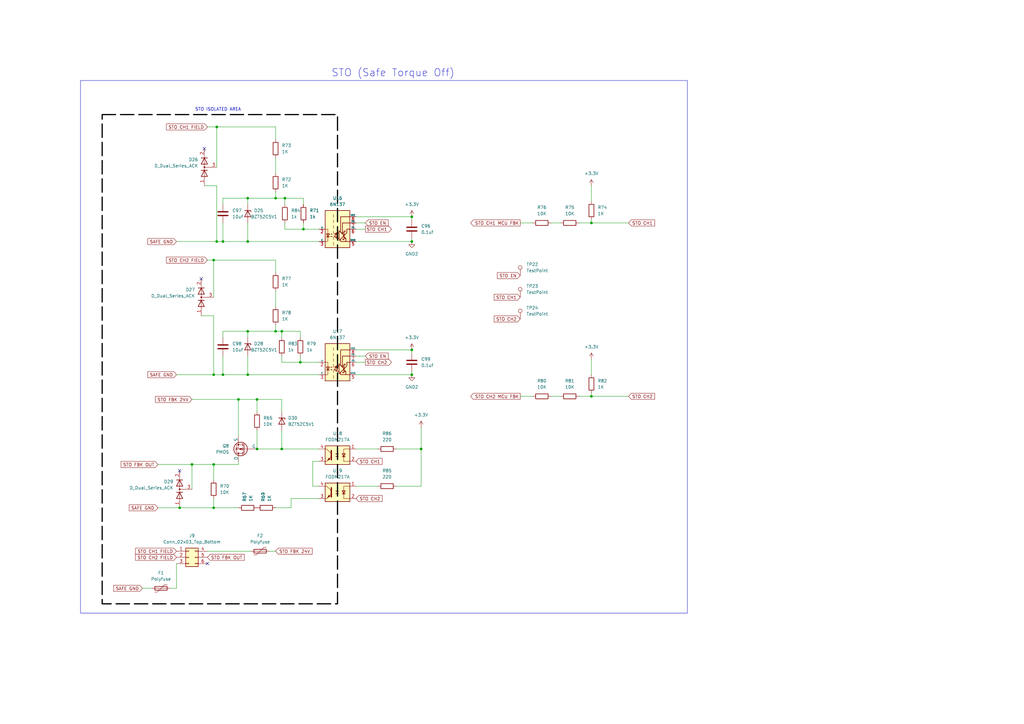
<source format=kicad_sch>
(kicad_sch (version 20230121) (generator eeschema)
  (paper "A3")
  (lib_symbols
    (symbol "Connector:TestPoint" (pin_numbers hide) (pin_names (offset 0.762) hide)
      (property "Reference" "TP" (at 0 6.858 0))
      (property "Value" "TestPoint" (at 0 5.08 0))
      (symbol "TestPoint_0_1"
        (circle (center 0 3.302) (radius 0.762))
      )
      (symbol "TestPoint_1_1"
        (pin passive line (at 0 0 90) (length 2.54) (name "1") (number "1"))
      )
    )
    (symbol "Connector_Generic:Conn_02x03_Top_Bottom" (pin_names (offset 1.016) hide)
      (property "Reference" "J" (at 1.27 5.08 0))
      (property "Value" "Conn_02x03_Top_Bottom" (at 1.27 -5.08 0))
      (symbol "Conn_02x03_Top_Bottom_1_1"
        (rectangle (start -1.27 -2.413) (end 0 -2.667) (stroke (width 0.1524)))
        (rectangle (start -1.27 0.127) (end 0 -0.127) (stroke (width 0.1524)))
        (rectangle (start -1.27 2.667) (end 0 2.413) (stroke (width 0.1524)))
        (rectangle (start -1.27 3.81) (end 3.81 -3.81) (stroke (width 0.254)) (fill (type background)))
        (rectangle (start 3.81 -2.413) (end 2.54 -2.667) (stroke (width 0.1524)))
        (rectangle (start 3.81 0.127) (end 2.54 -0.127) (stroke (width 0.1524)))
        (rectangle (start 3.81 2.667) (end 2.54 2.413) (stroke (width 0.1524)))
        (pin passive line (at -5.08 2.54 0) (length 3.81) (name "Pin_1") (number "1"))
        (pin passive line (at -5.08 0 0) (length 3.81) (name "Pin_2") (number "2"))
        (pin passive line (at -5.08 -2.54 0) (length 3.81) (name "Pin_3") (number "3"))
        (pin passive line (at 7.62 2.54 180) (length 3.81) (name "Pin_4") (number "4"))
        (pin passive line (at 7.62 0 180) (length 3.81) (name "Pin_5") (number "5"))
        (pin passive line (at 7.62 -2.54 180) (length 3.81) (name "Pin_6") (number "6"))
      )
    )
    (symbol "Device:C" (pin_numbers hide) (pin_names (offset 0.254))
      (property "Reference" "C" (at 0.635 2.54 0))
      (property "Value" "C" (at 0.635 -2.54 0))
      (symbol "C_0_1"
        (polyline (pts (xy -2.032 -0.762) (xy 2.032 -0.762)) (stroke (width 0.508)))
        (polyline (pts (xy -2.032 0.762) (xy 2.032 0.762)) (stroke (width 0.508)))
      )
      (symbol "C_1_1"
        (pin passive line (at 0 3.81 270) (length 2.794) (name "~") (number "1"))
        (pin passive line (at 0 -3.81 90) (length 2.794) (name "~") (number "2"))
      )
    )
    (symbol "Device:D_Dual_Series_AKC" (pin_names (offset 0.762) hide)
      (property "Reference" "D" (at 1.27 -2.54 0))
      (property "Value" "D_Dual_Series_AKC" (at 0 2.54 0))
      (symbol "D_Dual_Series_AKC_0_1"
        (polyline (pts (xy -3.81 0) (xy 3.81 0)))
        (polyline (pts (xy 0 0) (xy 0 -2.54)))
        (polyline (pts (xy 6.35 0) (xy 7.62 0)))
        (polyline (pts (xy -1.27 -1.27) (xy -1.27 1.27) (xy -1.27 1.27)) (stroke (width 0.254)))
        (polyline (pts (xy 3.81 1.27) (xy 3.81 -1.27) (xy 3.81 -1.27)) (stroke (width 0.254)))
        (polyline (pts (xy -3.81 1.27) (xy -1.27 0) (xy -3.81 -1.27) (xy -3.81 1.27) (xy -3.81 1.27) (xy -3.81 1.27)) (stroke (width 0.254)))
        (polyline (pts (xy 1.27 1.27) (xy 3.81 0) (xy 1.27 -1.27) (xy 1.27 1.27) (xy 1.27 1.27) (xy 1.27 1.27)) (stroke (width 0.254)))
        (circle (center 0 0) (radius 0.254) (fill (type outline)))
        (pin passive line (at -7.62 0 0) (length 3.81) (name "A") (number "1"))
        (pin passive line (at 7.62 0 180) (length 3.81) (name "K") (number "2"))
        (pin passive line (at 0 -5.08 90) (length 2.54) (name "common") (number "3"))
      )
    )
    (symbol "Device:D_Zener" (pin_numbers hide) (pin_names (offset 1.016) hide)
      (property "Reference" "D" (at 0 2.54 0))
      (property "Value" "D_Zener" (at 0 -2.54 0))
      (symbol "D_Zener_0_1"
        (polyline (pts (xy 1.27 0) (xy -1.27 0)))
        (polyline (pts (xy -1.27 -1.27) (xy -1.27 1.27) (xy -0.762 1.27)) (stroke (width 0.254)))
        (polyline (pts (xy 1.27 -1.27) (xy 1.27 1.27) (xy -1.27 0) (xy 1.27 -1.27)) (stroke (width 0.254)))
      )
      (symbol "D_Zener_1_1"
        (pin passive line (at -3.81 0 0) (length 2.54) (name "K") (number "1"))
        (pin passive line (at 3.81 0 180) (length 2.54) (name "A") (number "2"))
      )
    )
    (symbol "Device:Polyfuse" (pin_numbers hide) (pin_names (offset 0))
      (property "Reference" "F" (at -2.54 0 90))
      (property "Value" "Polyfuse" (at 2.54 0 90))
      (symbol "Polyfuse_0_1"
        (rectangle (start -0.762 2.54) (end 0.762 -2.54) (stroke (width 0.254)))
        (polyline (pts (xy 0 2.54) (xy 0 -2.54)))
        (polyline (pts (xy -1.524 2.54) (xy -1.524 1.524) (xy 1.524 -1.524) (xy 1.524 -2.54)))
      )
      (symbol "Polyfuse_1_1"
        (pin passive line (at 0 3.81 270) (length 1.27) (name "~") (number "1"))
        (pin passive line (at 0 -3.81 90) (length 1.27) (name "~") (number "2"))
      )
    )
    (symbol "Device:R" (pin_numbers hide) (pin_names (offset 0))
      (property "Reference" "R" (at 2.032 0 90))
      (property "Value" "R" (at 0 0 90))
      (symbol "R_0_1"
        (rectangle (start -1.016 -2.54) (end 1.016 2.54) (stroke (width 0.254)))
      )
      (symbol "R_1_1"
        (pin passive line (at 0 3.81 270) (length 1.27) (name "~") (number "1"))
        (pin passive line (at 0 -3.81 90) (length 1.27) (name "~") (number "2"))
      )
    )
    (symbol "Isolator:6N137" (pin_names (offset 0))
      (property "Reference" "U" (at -4.064 8.89 0))
      (property "Value" "6N137" (at 0 -8.89 0))
      (symbol "6N137_0_1"
        (polyline (pts (xy 2.667 -3.556) (xy 2.667 -1.651)) (stroke (width 0.254)))
        (polyline (pts (xy 2.667 -2.159) (xy 2.667 -2.921)) (stroke (width 0.254)))
        (polyline (pts (xy 3.429 -3.937) (xy 3.429 -5.08)) (stroke (width 0.254)))
        (polyline (pts (xy -0.635 -3.302) (xy -0.635 -3.683) (xy 0.635 -3.683)) (stroke (width 0.254)))
        (polyline (pts (xy -0.635 -1.905) (xy -0.635 -1.524) (xy 0.508 -1.524)) (stroke (width 0.254)))
        (polyline (pts (xy 1.27 -4.064) (xy 1.27 -5.08) (xy 5.08 -5.08)) (stroke (width 0.254)))
        (polyline (pts (xy 1.27 -1.27) (xy 1.27 5.08) (xy 5.08 5.08)) (stroke (width 0.254)))
        (polyline (pts (xy 2.032 -1.27) (xy 2.032 2.54) (xy 5.08 2.54)) (stroke (width 0.254)))
        (polyline (pts (xy -5.08 -5.08) (xy -3.937 -5.08) (xy -3.937 0) (xy -5.08 0)))
        (polyline (pts (xy 2.667 -3.302) (xy 2.667 -4.318) (xy 2.159 -4.318) (xy 2.159 -3.937)) (stroke (width 0.254)))
        (polyline (pts (xy 2.667 -2.667) (xy 0.635 -4.699) (xy 0.635 -0.635) (xy 2.667 -2.667)) (stroke (width 0.254)))
        (polyline (pts (xy 2.667 -1.778) (xy 2.667 -0.762) (xy 3.175 -0.762) (xy 3.175 -1.143)) (stroke (width 0.254)))
        (polyline (pts (xy 2.794 -2.54) (xy 3.81 -1.524) (xy 3.81 0) (xy 5.08 0)) (stroke (width 0.254)))
        (polyline (pts (xy 2.667 -3.175) (xy 3.429 -3.937) (xy 3.302 -3.556) (xy 3.048 -3.81) (xy 3.429 -3.937)) (stroke (width 0.254)))
        (circle (center 2.032 -1.524) (radius 0.254) (stroke (width 0.254)))
      )
      (symbol "6N137_1_1"
        (rectangle (start -5.08 7.62) (end 5.08 -7.62) (stroke (width 0.254)) (fill (type background)))
        (polyline (pts (xy -4.572 -3.175) (xy -3.302 -3.175)) (stroke (width 0.254)))
        (polyline (pts (xy -1.651 -5.334) (xy -1.651 -6.604)))
        (polyline (pts (xy -1.651 -3.048) (xy -1.651 -4.318)))
        (polyline (pts (xy -1.651 -0.762) (xy -1.651 -2.032)))
        (polyline (pts (xy -1.651 1.524) (xy -1.651 0.254)))
        (polyline (pts (xy -1.651 3.81) (xy -1.651 2.54)))
        (polyline (pts (xy -1.651 6.096) (xy -1.651 4.826)))
        (polyline (pts (xy -1.27 -1.905) (xy 0 -1.905)) (stroke (width 0.254)))
        (polyline (pts (xy -3.937 -3.175) (xy -4.572 -1.905) (xy -3.302 -1.905) (xy -3.937 -3.175)) (stroke (width 0.254)))
        (polyline (pts (xy -0.635 -1.905) (xy -1.27 -3.175) (xy 0 -3.175) (xy -0.635 -1.905)) (stroke (width 0.254)))
        (polyline (pts (xy -2.921 -3.048) (xy -2.159 -3.048) (xy -2.54 -3.175) (xy -2.54 -2.921) (xy -2.159 -3.048)) (stroke (width 0.127)))
        (polyline (pts (xy -2.921 -2.032) (xy -2.159 -2.032) (xy -2.54 -2.159) (xy -2.54 -1.905) (xy -2.159 -2.032)) (stroke (width 0.127)))
        (pin no_connect line (at -5.08 5.08 0) (length 2.54) hide (name "NC") (number "1"))
        (pin passive line (at -7.62 0 0) (length 2.54) (name "A") (number "2"))
        (pin passive line (at -7.62 -5.08 0) (length 2.54) (name "C") (number "3"))
        (pin power_in line (at 7.62 -5.08 180) (length 2.54) (name "GND") (number "5"))
        (pin open_collector line (at 7.62 0 180) (length 2.54) (name "VO") (number "6"))
        (pin input line (at 7.62 2.54 180) (length 2.54) (name "EN") (number "7"))
        (pin power_in line (at 7.62 5.08 180) (length 2.54) (name "VCC") (number "8"))
      )
    )
    (symbol "Isolator:FODM217A"
      (property "Reference" "U" (at -5.08 5.08 0))
      (property "Value" "FODM217A" (at 0 5.08 0))
      (symbol "FODM217A_0_1"
        (rectangle (start -5.08 3.81) (end 5.08 -3.81) (stroke (width 0.254)) (fill (type background)))
        (polyline (pts (xy -3.175 -0.635) (xy -1.905 -0.635)) (stroke (width 0.254)))
        (polyline (pts (xy 2.54 0.635) (xy 4.445 2.54)))
        (polyline (pts (xy 4.445 -2.54) (xy 2.54 -0.635)) (fill (type outline)))
        (polyline (pts (xy 4.445 -2.54) (xy 5.08 -2.54)))
        (polyline (pts (xy 4.445 2.54) (xy 5.08 2.54)))
        (polyline (pts (xy -5.08 2.54) (xy -2.54 2.54) (xy -2.54 -0.635)))
        (polyline (pts (xy -2.54 -0.635) (xy -2.54 -2.54) (xy -5.08 -2.54)))
        (polyline (pts (xy 2.54 1.905) (xy 2.54 -1.905) (xy 2.54 -1.905)) (stroke (width 0.508)))
        (polyline (pts (xy -2.54 -0.635) (xy -3.175 0.635) (xy -1.905 0.635) (xy -2.54 -0.635)) (stroke (width 0.254)))
        (polyline (pts (xy -0.508 -0.508) (xy 0.762 -0.508) (xy 0.381 -0.635) (xy 0.381 -0.381) (xy 0.762 -0.508)))
        (polyline (pts (xy -0.508 0.508) (xy 0.762 0.508) (xy 0.381 0.381) (xy 0.381 0.635) (xy 0.762 0.508)))
        (polyline (pts (xy 3.048 -1.651) (xy 3.556 -1.143) (xy 4.064 -2.159) (xy 3.048 -1.651) (xy 3.048 -1.651)) (fill (type outline)))
      )
      (symbol "FODM217A_1_1"
        (pin passive line (at -7.62 2.54 0) (length 2.54) (name "~") (number "1"))
        (pin passive line (at -7.62 -2.54 0) (length 2.54) (name "~") (number "2"))
        (pin passive line (at 7.62 -2.54 180) (length 2.54) (name "~") (number "3"))
        (pin passive line (at 7.62 2.54 180) (length 2.54) (name "~") (number "4"))
      )
    )
    (symbol "Simulation_SPICE:PMOS" (pin_numbers hide) (pin_names (offset 0))
      (property "Reference" "Q8" (at 6.35 -1.27 0))
      (property "Value" "PMOS" (at 6.35 1.27 0))
      (symbol "PMOS_0_1"
        (polyline (pts (xy 0.254 0) (xy -2.54 0)))
        (polyline (pts (xy 0.254 1.905) (xy 0.254 -1.905)) (stroke (width 0.254)))
        (polyline (pts (xy 0.762 -1.27) (xy 0.762 -2.286)) (stroke (width 0.254)))
        (polyline (pts (xy 0.762 0.508) (xy 0.762 -0.508)) (stroke (width 0.254)))
        (polyline (pts (xy 0.762 2.286) (xy 0.762 1.27)) (stroke (width 0.254)))
        (polyline (pts (xy 2.54 2.54) (xy 2.54 1.778)))
        (polyline (pts (xy 2.54 -2.54) (xy 2.54 0) (xy 0.762 0)))
        (polyline (pts (xy 0.762 1.778) (xy 3.302 1.778) (xy 3.302 -1.778) (xy 0.762 -1.778)))
        (polyline (pts (xy 2.286 0) (xy 1.27 0.381) (xy 1.27 -0.381) (xy 2.286 0)) (fill (type outline)))
        (polyline (pts (xy 2.794 -0.508) (xy 2.921 -0.381) (xy 3.683 -0.381) (xy 3.81 -0.254)))
        (polyline (pts (xy 3.302 -0.381) (xy 2.921 0.254) (xy 3.683 0.254) (xy 3.302 -0.381)))
        (circle (center 1.651 0) (radius 2.794) (stroke (width 0.254)))
        (circle (center 2.54 -1.778) (radius 0.254) (fill (type outline)))
        (circle (center 2.54 1.778) (radius 0.254) (fill (type outline)))
      )
      (symbol "PMOS_1_1"
        (pin passive line (at 2.54 -5.08 90) (length 2.54) (name "S") (number "1"))
        (pin passive line (at 2.54 -5.08 90) (length 2.54) hide (name "S") (number "2"))
        (pin passive line (at 2.54 -5.08 90) (length 2.54) hide (name "S") (number "3"))
        (pin input line (at -5.08 0 0) (length 2.54) (name "G") (number "4"))
        (pin passive line (at 2.54 5.08 270) (length 2.54) (name "D") (number "5"))
        (pin passive line (at 2.54 5.08 270) (length 2.54) hide (name "D") (number "6"))
        (pin passive line (at 2.54 5.08 270) (length 2.54) hide (name "D") (number "7"))
        (pin passive line (at 2.54 5.08 270) (length 2.54) hide (name "D") (number "8"))
      )
    )
    (symbol "power:+3.3V" (power) (pin_names (offset 0))
      (property "Value" "+3.3V" (at 0 3.556 0))
      (symbol "+3.3V_0_1"
        (polyline (pts (xy -0.762 1.27) (xy 0 2.54)))
        (polyline (pts (xy 0 0) (xy 0 2.54)))
        (polyline (pts (xy 0 2.54) (xy 0.762 1.27)))
      )
      (symbol "+3.3V_1_1"
        (pin power_in line (at 0 0 90) (length 0) hide (name "+3.3V") (number "1"))
      )
    )
    (symbol "power:GND2" (power) (pin_names (offset 0))
      (property "Value" "GND2" (at 0 -3.81 0))
      (symbol "GND2_0_1"
        (polyline (pts (xy 0 0) (xy 0 -1.27) (xy 1.27 -1.27) (xy 0 -2.54) (xy -1.27 -1.27) (xy 0 -1.27)))
      )
      (symbol "GND2_1_1"
        (pin power_in line (at 0 0 270) (length 0) hide (name "GND2") (number "1"))
      )
    )
  )
  (junction (at 101.6 99.06))
  (junction (at 97.79 163.83))
  (junction (at 105.41 184.15))
  (junction (at 115.57 135.89))
  (junction (at 172.72 184.15))
  (junction (at 101.6 81.28))
  (junction (at 113.03 81.28))
  (junction (at 87.63 106.68))
  (junction (at 168.91 143.51))
  (junction (at 168.91 153.67))
  (junction (at 113.03 135.89))
  (junction (at 87.63 153.67))
  (junction (at 168.91 88.9))
  (junction (at 87.63 208.28))
  (junction (at 242.57 91.44))
  (junction (at 88.9 99.06))
  (junction (at 91.44 153.67))
  (junction (at 115.57 184.15))
  (junction (at 105.41 163.83))
  (junction (at 101.6 153.67))
  (junction (at 242.57 162.56))
  (junction (at 87.63 190.5))
  (junction (at 88.9 52.07))
  (junction (at 124.46 93.98))
  (junction (at 168.91 99.06))
  (junction (at 101.6 135.89))
  (junction (at 73.66 208.28))
  (junction (at 78.74 190.5))
  (junction (at 91.44 99.06))
  (junction (at 116.84 81.28))
  (junction (at 123.19 148.59))
  (no_connect (at 73.66 193.04))
  (no_connect (at 82.55 114.3))
  (no_connect (at 85.09 231.14))
  (no_connect (at 83.82 60.96))
  (wire (pts (xy 123.19 135.89) (xy 115.57 135.89)))
  (wire (pts (xy 146.05 91.44) (xy 149.86 91.44)))
  (wire (pts (xy 146.05 88.9) (xy 168.91 88.9)))
  (wire (pts (xy 115.57 163.83) (xy 105.41 163.83)))
  (wire (pts (xy 78.74 190.5) (xy 87.63 190.5)))
  (wire (pts (xy 87.63 153.67) (xy 91.44 153.67)))
  (wire (pts (xy 105.41 168.91) (xy 105.41 163.83)))
  (wire (pts (xy 115.57 146.05) (xy 115.57 148.59)))
  (wire (pts (xy 87.63 106.68) (xy 87.63 121.92)))
  (wire (pts (xy 146.05 99.06) (xy 168.91 99.06)))
  (wire (pts (xy 101.6 81.28) (xy 113.03 81.28)))
  (wire (pts (xy 146.05 93.98) (xy 149.86 93.98)))
  (wire (pts (xy 78.74 163.83) (xy 97.79 163.83)))
  (wire (pts (xy 146.05 146.05) (xy 149.86 146.05)))
  (wire (pts (xy 119.38 208.28) (xy 119.38 204.47)))
  (wire (pts (xy 85.09 106.68) (xy 87.63 106.68)))
  (wire (pts (xy 146.05 184.15) (xy 154.94 184.15)))
  (wire (pts (xy 237.49 162.56) (xy 242.57 162.56)))
  (wire (pts (xy 58.42 241.3) (xy 62.23 241.3)))
  (wire (pts (xy 168.91 88.9) (xy 168.91 90.17)))
  (wire (pts (xy 101.6 81.28) (xy 101.6 83.82)))
  (wire (pts (xy 85.09 52.07) (xy 88.9 52.07)))
  (wire (pts (xy 91.44 83.82) (xy 91.44 81.28)))
  (wire (pts (xy 226.06 91.44) (xy 229.87 91.44)))
  (wire (pts (xy 124.46 93.98) (xy 130.81 93.98)))
  (wire (pts (xy 91.44 81.28) (xy 101.6 81.28)))
  (wire (pts (xy 116.84 91.44) (xy 116.84 93.98)))
  (wire (pts (xy 97.79 163.83) (xy 105.41 163.83)))
  (wire (pts (xy 113.03 133.35) (xy 113.03 135.89)))
  (wire (pts (xy 82.55 129.54) (xy 87.63 129.54)))
  (wire (pts (xy 69.85 241.3) (xy 72.39 241.3)))
  (wire (pts (xy 72.39 153.67) (xy 87.63 153.67)))
  (wire (pts (xy 97.79 163.83) (xy 97.79 179.07)))
  (wire (pts (xy 162.56 199.39) (xy 172.72 199.39)))
  (wire (pts (xy 124.46 83.82) (xy 124.46 81.28)))
  (wire (pts (xy 115.57 176.53) (xy 115.57 184.15)))
  (wire (pts (xy 87.63 106.68) (xy 113.03 106.68)))
  (wire (pts (xy 87.63 190.5) (xy 97.79 190.5)))
  (wire (pts (xy 101.6 135.89) (xy 113.03 135.89)))
  (wire (pts (xy 116.84 81.28) (xy 113.03 81.28)))
  (wire (pts (xy 128.27 199.39) (xy 128.27 189.23)))
  (wire (pts (xy 88.9 76.2) (xy 88.9 99.06)))
  (wire (pts (xy 73.66 208.28) (xy 87.63 208.28)))
  (wire (pts (xy 123.19 138.43) (xy 123.19 135.89)))
  (wire (pts (xy 113.03 208.28) (xy 119.38 208.28)))
  (wire (pts (xy 115.57 148.59) (xy 123.19 148.59)))
  (wire (pts (xy 113.03 119.38) (xy 113.03 125.73)))
  (wire (pts (xy 87.63 190.5) (xy 87.63 196.85)))
  (wire (pts (xy 101.6 153.67) (xy 130.81 153.67)))
  (wire (pts (xy 64.77 208.28) (xy 73.66 208.28)))
  (wire (pts (xy 168.91 143.51) (xy 168.91 144.78)))
  (wire (pts (xy 83.82 76.2) (xy 88.9 76.2)))
  (wire (pts (xy 88.9 99.06) (xy 91.44 99.06)))
  (wire (pts (xy 87.63 208.28) (xy 97.79 208.28)))
  (wire (pts (xy 88.9 52.07) (xy 113.03 52.07)))
  (wire (pts (xy 168.91 153.67) (xy 168.91 152.4)))
  (wire (pts (xy 101.6 91.44) (xy 101.6 99.06)))
  (wire (pts (xy 123.19 148.59) (xy 130.81 148.59)))
  (wire (pts (xy 91.44 99.06) (xy 101.6 99.06)))
  (wire (pts (xy 242.57 147.32) (xy 242.57 153.67)))
  (wire (pts (xy 213.36 162.56) (xy 218.44 162.56)))
  (wire (pts (xy 146.05 153.67) (xy 168.91 153.67)))
  (wire (pts (xy 64.77 190.5) (xy 78.74 190.5)))
  (wire (pts (xy 242.57 161.29) (xy 242.57 162.56)))
  (wire (pts (xy 172.72 199.39) (xy 172.72 184.15)))
  (wire (pts (xy 102.87 226.06) (xy 85.09 226.06)))
  (wire (pts (xy 113.03 52.07) (xy 113.03 57.15)))
  (wire (pts (xy 91.44 146.05) (xy 91.44 153.67)))
  (wire (pts (xy 115.57 135.89) (xy 115.57 138.43)))
  (wire (pts (xy 91.44 91.44) (xy 91.44 99.06)))
  (wire (pts (xy 146.05 143.51) (xy 168.91 143.51)))
  (wire (pts (xy 115.57 135.89) (xy 113.03 135.89)))
  (wire (pts (xy 88.9 68.58) (xy 88.9 52.07)))
  (wire (pts (xy 101.6 146.05) (xy 101.6 153.67)))
  (wire (pts (xy 91.44 153.67) (xy 101.6 153.67)))
  (wire (pts (xy 113.03 78.74) (xy 113.03 81.28)))
  (wire (pts (xy 124.46 91.44) (xy 124.46 93.98)))
  (wire (pts (xy 213.36 91.44) (xy 218.44 91.44)))
  (wire (pts (xy 87.63 204.47) (xy 87.63 208.28)))
  (wire (pts (xy 242.57 76.2) (xy 242.57 82.55)))
  (wire (pts (xy 168.91 99.06) (xy 168.91 97.79)))
  (wire (pts (xy 226.06 162.56) (xy 229.87 162.56)))
  (wire (pts (xy 105.41 176.53) (xy 105.41 184.15)))
  (wire (pts (xy 242.57 162.56) (xy 257.81 162.56)))
  (wire (pts (xy 162.56 184.15) (xy 172.72 184.15)))
  (wire (pts (xy 115.57 184.15) (xy 130.81 184.15)))
  (wire (pts (xy 91.44 135.89) (xy 101.6 135.89)))
  (wire (pts (xy 87.63 129.54) (xy 87.63 153.67)))
  (wire (pts (xy 116.84 81.28) (xy 116.84 83.82)))
  (wire (pts (xy 105.41 184.15) (xy 115.57 184.15)))
  (wire (pts (xy 237.49 91.44) (xy 242.57 91.44)))
  (wire (pts (xy 172.72 184.15) (xy 172.72 175.26)))
  (wire (pts (xy 116.84 93.98) (xy 124.46 93.98)))
  (wire (pts (xy 146.05 199.39) (xy 154.94 199.39)))
  (wire (pts (xy 115.57 168.91) (xy 115.57 163.83)))
  (wire (pts (xy 124.46 81.28) (xy 116.84 81.28)))
  (wire (pts (xy 113.03 106.68) (xy 113.03 111.76)))
  (wire (pts (xy 146.05 148.59) (xy 149.86 148.59)))
  (wire (pts (xy 78.74 190.5) (xy 78.74 200.66)))
  (wire (pts (xy 101.6 99.06) (xy 130.81 99.06)))
  (wire (pts (xy 101.6 135.89) (xy 101.6 138.43)))
  (wire (pts (xy 123.19 146.05) (xy 123.19 148.59)))
  (wire (pts (xy 91.44 138.43) (xy 91.44 135.89)))
  (wire (pts (xy 242.57 91.44) (xy 257.81 91.44)))
  (wire (pts (xy 97.79 189.23) (xy 97.79 190.5)))
  (wire (pts (xy 130.81 199.39) (xy 128.27 199.39)))
  (wire (pts (xy 113.03 64.77) (xy 113.03 71.12)))
  (wire (pts (xy 113.03 226.06) (xy 110.49 226.06)))
  (wire (pts (xy 128.27 189.23) (xy 130.81 189.23)))
  (wire (pts (xy 119.38 204.47) (xy 130.81 204.47)))
  (wire (pts (xy 72.39 241.3) (xy 72.39 231.14)))
  (wire (pts (xy 242.57 90.17) (xy 242.57 91.44)))
  (wire (pts (xy 72.39 99.06) (xy 88.9 99.06)))
  (rectangle (start 41.91 46.99) (end 138.43 247.65) (stroke (width 0.5) (type dash) (color 0 0 0 0.14)))
  (rectangle (start 33.02 33.02) (end 281.94 251.46))
  (text "STO (Safe Torque Off)" (at 135.89 31.75 0) (effects (font (size 3 3)) (justify left bottom)))
  (text "STO ISOLATED AREA" (at 80.01 45.72 0) (effects (font (size 1.27 1.27)) (justify left bottom)))
  (global_label "STO CH1 FIELD" (shape input) (at 85.09 52.07 180) (property "Intersheetrefs" "${INTERSHEET_REFS}" (effects hide)))
  (global_label "SAFE GND" (shape input) (at 58.42 241.3 180) (property "Intersheetrefs" "${INTERSHEET_REFS}" (effects hide)))
  (global_label "STO CH2" (shape input) (at 146.05 204.47 0) (property "Intersheetrefs" "${INTERSHEET_REFS}" (effects hide)))
  (global_label "STO CH1" (shape input) (at 257.81 91.44 0) (property "Intersheetrefs" "${INTERSHEET_REFS}" (effects hide)))
  (global_label "STO EN" (shape input) (at 149.86 146.05 0) (property "Intersheetrefs" "${INTERSHEET_REFS}" (effects hide)))
  (global_label "STO CH1 MCU FBK" (shape output) (at 213.36 91.44 180) (property "Intersheetrefs" "${INTERSHEET_REFS}" (effects hide)))
  (global_label "STO EN" (shape input) (at 213.36 113.03 180) (property "Intersheetrefs" "${INTERSHEET_REFS}" (effects hide)))
  (global_label "STO CH2" (shape output) (at 149.86 148.59 0) (property "Intersheetrefs" "${INTERSHEET_REFS}" (effects hide)))
  (global_label "STO FBK OUT" (shape input) (at 85.09 228.6 0) (property "Intersheetrefs" "${INTERSHEET_REFS}" (effects hide)))
  (global_label "STO CH2" (shape input) (at 213.36 130.81 180) (property "Intersheetrefs" "${INTERSHEET_REFS}" (effects hide)))
  (global_label "STO CH2" (shape input) (at 257.81 162.56 0) (property "Intersheetrefs" "${INTERSHEET_REFS}" (effects hide)))
  (global_label "SAFE GND" (shape input) (at 64.77 208.28 180) (property "Intersheetrefs" "${INTERSHEET_REFS}" (effects hide)))
  (global_label "STO CH1" (shape input) (at 146.05 189.23 0) (property "Intersheetrefs" "${INTERSHEET_REFS}" (effects hide)))
  (global_label "STO CH2 FIELD" (shape input) (at 85.09 106.68 180) (property "Intersheetrefs" "${INTERSHEET_REFS}" (effects hide)))
  (global_label "STO CH2 FIELD" (shape input) (at 72.39 228.6 180) (property "Intersheetrefs" "${INTERSHEET_REFS}" (effects hide)))
  (global_label "STO FBK OUT" (shape input) (at 64.77 190.5 180) (property "Intersheetrefs" "${INTERSHEET_REFS}" (effects hide)))
  (global_label "STO CH1 FIELD" (shape input) (at 72.39 226.06 180) (property "Intersheetrefs" "${INTERSHEET_REFS}" (effects hide)))
  (global_label "STO CH2 MCU FBK" (shape output) (at 213.36 162.56 180) (property "Intersheetrefs" "${INTERSHEET_REFS}" (effects hide)))
  (global_label "STO FBK 24V" (shape input) (at 78.74 163.83 180) (property "Intersheetrefs" "${INTERSHEET_REFS}" (effects hide)))
  (global_label "SAFE GND" (shape input) (at 72.39 153.67 180) (property "Intersheetrefs" "${INTERSHEET_REFS}" (effects hide)))
  (global_label "STO CH1" (shape input) (at 213.36 121.92 180) (property "Intersheetrefs" "${INTERSHEET_REFS}" (effects hide)))
  (global_label "STO CH1" (shape output) (at 149.86 93.98 0) (property "Intersheetrefs" "${INTERSHEET_REFS}" (effects hide)))
  (global_label "STO FBK 24V" (shape input) (at 113.03 226.06 0) (property "Intersheetrefs" "${INTERSHEET_REFS}" (effects hide)))
  (global_label "SAFE GND" (shape input) (at 72.39 99.06 180) (property "Intersheetrefs" "${INTERSHEET_REFS}" (effects hide)))
  (global_label "STO EN" (shape input) (at 149.86 91.44 0) (property "Intersheetrefs" "${INTERSHEET_REFS}" (effects hide)))
  (symbol (lib_id "Device:D_Dual_Series_AKC") (at 82.55 121.92 90) (unit 1)
    (property "Reference" "D27" (at 80.01 118.8084 90) (effects (justify left)))
    (property "Value" "D_Dual_Series_ACK" (at 80.01 121.3484 90) (effects (justify left)))
    (property "Footprint" "Package_TO_SOT_SMD:SOT-23" (effects hide))
    (instances (project "HV servo drive v1" (path "" (reference "D27") (unit 1)) (path "" (reference "D11") (unit 1))))
  )
  (symbol (lib_id "Device:R") (at 105.41 172.72 180) (unit 1)
    (property "Reference" "R65" (at 107.95 171.45 0) (effects (justify right)))
    (property "Value" "10K" (at 107.95 173.99 0) (effects (justify right)))
    (property "Footprint" "Resistor_SMD:R_0603_1608Metric" (effects hide))
    (instances (project "HV servo drive v1" (path "" (reference "R65") (unit 1)) (path "" (reference "R9") (unit 1))))
  )
  (symbol (lib_id "Connector:TestPoint") (at 213.36 121.92 0) (unit 1)
    (property "Reference" "TP23" (at 215.9 117.3479 0) (effects (justify left)))
    (property "Value" "TestPoint" (at 215.9 119.8879 0) (effects (justify left)))
    (property "Footprint" "footprints:TestPoint_Pad_3.1x1.6mm" (effects hide))
    (instances (project "HV servo drive v1" (path "" (reference "TP23") (unit 1)) (path "" (reference "TP19") (unit 1))))
  )
  (symbol (lib_id "Device:R") (at 109.22 208.28 90) (unit 1)
    (property "Reference" "R69" (at 107.95 205.74 0) (effects (justify left)))
    (property "Value" "1K" (at 110.49 205.74 0) (effects (justify left)))
    (property "Footprint" "Resistor_SMD:R_0603_1608Metric" (effects hide))
    (instances (project "HV servo drive v1" (path "" (reference "R69") (unit 1)) (path "" (reference "R15") (unit 1))))
  )
  (symbol (lib_id "Connector:TestPoint") (at 213.36 113.03 0) (unit 1)
    (property "Reference" "TP22" (at 215.9 108.4579 0) (effects (justify left)))
    (property "Value" "TestPoint" (at 215.9 110.9979 0) (effects (justify left)))
    (property "Footprint" "footprints:TestPoint_Pad_3.1x1.6mm" (effects hide))
    (instances (project "HV servo drive v1" (path "" (reference "TP22") (unit 1)) (path "" (reference "TP18") (unit 1))))
  )
  (symbol (lib_id "Connector_Generic:Conn_02x03_Top_Bottom") (at 77.47 228.6 0) (unit 1)
    (property "Reference" "J9" (at 78.74 219.71 0))
    (property "Value" "Conn_02x03_Top_Bottom" (at 78.74 222.25 0))
    (property "Footprint" "Connector_Molex:Molex_Mini-Fit_Jr_5569-06A2_2x03_P4.20mm_Horizontal" (effects hide))
    (instances (project "HV servo drive v1" (path "" (reference "J9") (unit 1)) (path "" (reference "J1") (unit 1))))
  )
  (symbol (lib_id "Device:R") (at 113.03 60.96 0) (unit 1)
    (property "Reference" "R73" (at 115.57 59.69 0) (effects (justify left)))
    (property "Value" "1K" (at 115.57 62.23 0) (effects (justify left)))
    (property "Footprint" "Resistor_SMD:R_0603_1608Metric" (effects hide))
    (instances (project "HV servo drive v1" (path "" (reference "R73") (unit 1)) (path "" (reference "R16") (unit 1))))
  )
  (symbol (lib_id "Device:R") (at 123.19 142.24 0) (unit 1)
    (property "Reference" "R79" (at 125.73 140.97 0) (effects (justify left)))
    (property "Value" "1k" (at 125.73 143.51 0) (effects (justify left)))
    (property "Footprint" "Resistor_SMD:R_0603_1608Metric" (effects hide))
    (instances (project "HV servo drive v1" (path "" (reference "R79") (unit 1)) (path "" (reference "R69") (unit 1))))
  )
  (symbol (lib_id "Device:C") (at 91.44 142.24 0) (unit 1)
    (property "Reference" "C98" (at 95.25 140.9699 0) (effects (justify left)))
    (property "Value" "10uf" (at 95.25 143.5099 0) (effects (justify left)))
    (property "Footprint" "Capacitor_SMD:C_0805_2012Metric" (effects hide))
    (instances (project "HV servo drive v1" (path "" (reference "C98") (unit 1)) (path "" (reference "C97") (unit 1))))
  )
  (symbol (lib_id "Device:R") (at 222.25 162.56 90) (unit 1)
    (property "Reference" "R80" (at 222.25 156.21 90))
    (property "Value" "10K" (at 222.25 158.75 90))
    (property "Footprint" "Resistor_SMD:R_0603_1608Metric" (effects hide))
    (instances (project "HV servo drive v1" (path "" (reference "R80") (unit 1)) (path "" (reference "R74") (unit 1))))
  )
  (symbol (lib_id "power:+3.3V") (at 242.57 76.2 0) (unit 1)
    (property "Reference" "#PWR0108" (effects hide))
    (property "Value" "+3.3V" (at 242.57 71.12 0))
    (instances (project "HV servo drive v1" (path "" (reference "#PWR0108") (unit 1)) (path "" (reference "#PWR058") (unit 1))))
  )
  (symbol (lib_id "Device:R") (at 124.46 87.63 0) (unit 1)
    (property "Reference" "R71" (at 127 86.36 0) (effects (justify left)))
    (property "Value" "1k" (at 127 88.9 0) (effects (justify left)))
    (property "Footprint" "Resistor_SMD:R_0603_1608Metric" (effects hide))
    (instances (project "HV servo drive v1" (path "" (reference "R71") (unit 1)) (path "" (reference "R70") (unit 1))))
  )
  (symbol (lib_id "Device:R") (at 233.68 162.56 90) (unit 1)
    (property "Reference" "R81" (at 233.68 156.21 90))
    (property "Value" "10K" (at 233.68 158.75 90))
    (property "Footprint" "Resistor_SMD:R_0603_1608Metric" (effects hide))
    (instances (project "HV servo drive v1" (path "" (reference "R81") (unit 1)) (path "" (reference "R76") (unit 1))))
  )
  (symbol (lib_id "Device:R") (at 113.03 115.57 0) (unit 1)
    (property "Reference" "R77" (at 115.57 114.3 0) (effects (justify left)))
    (property "Value" "1K" (at 115.57 116.84 0) (effects (justify left)))
    (property "Footprint" "Resistor_SMD:R_0603_1608Metric" (effects hide))
    (instances (project "HV servo drive v1" (path "" (reference "R77") (unit 1)) (path "" (reference "R31") (unit 1))))
  )
  (symbol (lib_id "power:+3.3V") (at 242.57 147.32 0) (unit 1)
    (property "Reference" "#PWR0111" (effects hide))
    (property "Value" "+3.3V" (at 242.57 142.24 0))
    (instances (project "HV servo drive v1" (path "" (reference "#PWR0111") (unit 1)) (path "" (reference "#PWR059") (unit 1))))
  )
  (symbol (lib_id "power:+3.3V") (at 172.72 175.26 0) (unit 1)
    (property "Reference" "#PWR0112" (effects hide))
    (property "Value" "+3.3V" (at 172.72 170.18 0))
    (instances (project "HV servo drive v1" (path "" (reference "#PWR0112") (unit 1)) (path "" (reference "#PWR052") (unit 1))))
  )
  (symbol (lib_id "Device:R") (at 233.68 91.44 90) (unit 1)
    (property "Reference" "R75" (at 233.68 85.09 90))
    (property "Value" "10K" (at 233.68 87.63 90))
    (property "Footprint" "Resistor_SMD:R_0603_1608Metric" (effects hide))
  )
  (symbol (lib_id "Device:R") (at 101.6 208.28 90) (unit 1)
    (property "Reference" "R67" (at 100.33 205.74 0) (effects (justify left)))
    (property "Value" "1K" (at 102.87 205.74 0) (effects (justify left)))
    (property "Footprint" "Resistor_SMD:R_0603_1608Metric" (effects hide))
    (instances (project "HV servo drive v1" (path "" (reference "R67") (unit 1)) (path "" (reference "R8") (unit 1))))
  )
  (symbol (lib_id "Device:R") (at 113.03 74.93 0) (unit 1)
    (property "Reference" "R72" (at 115.57 73.66 0) (effects (justify left)))
    (property "Value" "1K" (at 115.57 76.2 0) (effects (justify left)))
    (property "Footprint" "Resistor_SMD:R_0603_1608Metric" (effects hide))
    (instances (project "HV servo drive v1" (path "" (reference "R72") (unit 1)) (path "" (reference "R17") (unit 1))))
  )
  (symbol (lib_id "Device:R") (at 158.75 184.15 90) (unit 1)
    (property "Reference" "R86" (at 158.75 177.8 90))
    (property "Value" "220" (at 158.75 180.34 90))
    (property "Footprint" "Resistor_SMD:R_0603_1608Metric" (effects hide))
    (instances (project "HV servo drive v1" (path "" (reference "R86") (unit 1)) (path "" (reference "R71") (unit 1))))
  )
  (symbol (lib_id "Isolator:6N137") (at 138.43 148.59 0) (unit 1)
    (property "Reference" "U17" (at 138.43 135.89 0))
    (property "Value" "6N137" (at 138.43 138.43 0))
    (property "Footprint" "footprints:6N137S_LTO" (effects hide))
    (property "Datasheet" "https://docs.broadcom.com/docs/AV02-0940EN" (effects hide))
  )
  (symbol (lib_id "Device:C") (at 168.91 148.59 0) (unit 1)
    (property "Reference" "C99" (at 172.72 147.3199 0) (effects (justify left)))
    (property "Value" "0.1uf" (at 172.72 149.8599 0) (effects (justify left)))
    (property "Footprint" "Capacitor_SMD:C_0603_1608Metric" (effects hide))
  )
  (symbol (lib_id "Device:Polyfuse") (at 66.04 241.3 90) (unit 1)
    (property "Reference" "F1" (at 66.04 234.95 90))
    (property "Value" "Polyfuse" (at 66.04 237.49 90))
    (property "Footprint" "Fuse:Fuse_1206_3216Metric" (effects hide))
  )
  (symbol (lib_id "Device:R") (at 242.57 86.36 0) (unit 1)
    (property "Reference" "R74" (at 245.11 85.09 0) (effects (justify left)))
    (property "Value" "1K" (at 245.11 87.63 0) (effects (justify left)))
    (property "Footprint" "Resistor_SMD:R_0603_1608Metric" (effects hide))
    (instances (project "HV servo drive v1" (path "" (reference "R74") (unit 1)) (path "" (reference "R77") (unit 1))))
  )
  (symbol (lib_id "Device:D_Dual_Series_AKC") (at 73.66 200.66 90) (unit 1)
    (property "Reference" "D29" (at 71.12 197.5484 90) (effects (justify left)))
    (property "Value" "D_Dual_Series_ACK" (at 71.12 200.0884 90) (effects (justify left)))
    (property "Footprint" "Package_TO_SOT_SMD:SOT-23" (effects hide))
    (instances (project "HV servo drive v1" (path "" (reference "D29") (unit 1)) (path "" (reference "D7") (unit 1))))
  )
  (symbol (lib_id "Simulation_SPICE:PMOS") (at 100.33 184.15 180) (unit 1)
    (property "Reference" "Q8" (at 93.98 182.88 0) (effects (justify left)))
    (property "Value" "PMOS" (at 93.98 185.42 0) (effects (justify left)))
    (property "Footprint" "Package_SO:SOIC-8_3.9x4.9mm_P1.27mm" (effects hide))
    (property "Datasheet" "https://ngspice.sourceforge.io/docs/ngspice-manual.pdf" (effects hide))
    (property "Sim.Device" "PMOS" (effects hide))
    (property "Sim.Type" "VDMOS" (effects hide))
    (property "Sim.Pins" "1=D 2=G 3=S" (effects hide))
    (instances (project "HV servo drive v1" (path "" (reference "Q8") (unit 1)) (path "" (reference "Q7") (unit 1))))
  )
  (symbol (lib_id "Device:R") (at 158.75 199.39 90) (unit 1)
    (property "Reference" "R85" (at 158.75 193.04 90))
    (property "Value" "220" (at 158.75 195.58 90))
    (property "Footprint" "Resistor_SMD:R_0603_1608Metric" (effects hide))
    (instances (project "HV servo drive v1" (path "" (reference "R85") (unit 1)) (path "" (reference "R72") (unit 1))))
  )
  (symbol (lib_id "Device:R") (at 87.63 200.66 180) (unit 1)
    (property "Reference" "R70" (at 90.17 199.39 0) (effects (justify right)))
    (property "Value" "10K" (at 90.17 201.93 0) (effects (justify right)))
    (property "Footprint" "Resistor_SMD:R_0603_1608Metric" (effects hide))
    (instances (project "HV servo drive v1" (path "" (reference "R70") (unit 1)) (path "" (reference "R7") (unit 1))))
  )
  (symbol (lib_id "Device:D_Zener") (at 101.6 142.24 270) (unit 1)
    (property "Reference" "D28" (at 104.14 140.97 90) (effects (justify left)))
    (property "Value" "BZT52C5V1" (at 102.87 143.51 90) (effects (justify left)))
    (property "Footprint" "Diode_SMD:D_SOD-123" (effects hide))
    (instances (project "HV servo drive v1" (path "" (reference "D28") (unit 1)) (path "" (reference "D27") (unit 1))))
  )
  (symbol (lib_id "Isolator:FODM217A") (at 138.43 201.93 0) (mirror y) (unit 1)
    (property "Reference" "U19" (at 138.43 193.04 0))
    (property "Value" "FODM217A" (at 138.43 195.58 0))
    (property "Footprint" "Package_SO:SOP-4_4.4x2.6mm_P1.27mm" (effects hide))
    (property "Datasheet" "https://www.onsemi.com/pub/Collateral/FODM214-D.PDF" (effects hide))
  )
  (symbol (lib_id "power:+3.3V") (at 168.91 143.51 0) (unit 1)
    (property "Reference" "#PWR0109" (effects hide))
    (property "Value" "+3.3V" (at 168.91 138.43 0))
    (instances (project "HV servo drive v1" (path "" (reference "#PWR0109") (unit 1)) (path "" (reference "#PWR046") (unit 1))))
  )
  (symbol (lib_id "Isolator:FODM217A") (at 138.43 186.69 0) (mirror y) (unit 1)
    (property "Reference" "U18" (at 138.43 177.8 0))
    (property "Value" "FODM217A" (at 138.43 180.34 0))
    (property "Footprint" "Package_SO:SOP-4_4.4x2.6mm_P1.27mm" (effects hide))
    (property "Datasheet" "https://www.onsemi.com/pub/Collateral/FODM214-D.PDF" (effects hide))
  )
  (symbol (lib_id "Device:C") (at 168.91 93.98 0) (unit 1)
    (property "Reference" "C96" (at 172.72 92.7099 0) (effects (justify left)))
    (property "Value" "0.1uf" (at 172.72 95.2499 0) (effects (justify left)))
    (property "Footprint" "Capacitor_SMD:C_0603_1608Metric" (effects hide))
    (instances (project "HV servo drive v1" (path "" (reference "C96") (unit 1)) (path "" (reference "C98") (unit 1))))
  )
  (symbol (lib_id "Device:Polyfuse") (at 106.68 226.06 90) (unit 1)
    (property "Reference" "F2" (at 106.68 219.71 90))
    (property "Value" "Polyfuse" (at 106.68 222.25 90))
    (property "Footprint" "Fuse:Fuse_1206_3216Metric" (effects hide))
  )
  (symbol (lib_id "Device:R") (at 113.03 129.54 0) (unit 1)
    (property "Reference" "R78" (at 115.57 128.27 0) (effects (justify left)))
    (property "Value" "1K" (at 115.57 130.81 0) (effects (justify left)))
    (property "Footprint" "Resistor_SMD:R_0603_1608Metric" (effects hide))
    (instances (project "HV servo drive v1" (path "" (reference "R78") (unit 1)) (path "" (reference "R32") (unit 1))))
  )
  (symbol (lib_id "Device:D_Zener") (at 115.57 172.72 270) (unit 1)
    (property "Reference" "D30" (at 118.11 171.45 90) (effects (justify left)))
    (property "Value" "BZT52C5V1" (at 118.11 173.99 90) (effects (justify left)))
    (property "Footprint" "Diode_SMD:D_SOD-123" (effects hide))
    (instances (project "HV servo drive v1" (path "" (reference "D30") (unit 1)) (path "" (reference "D28") (unit 1))))
  )
  (symbol (lib_id "power:+3.3V") (at 168.91 88.9 0) (unit 1)
    (property "Reference" "#PWR0106" (effects hide))
    (property "Value" "+3.3V" (at 168.91 83.82 0))
    (instances (project "HV servo drive v1" (path "" (reference "#PWR0106") (unit 1)) (path "" (reference "#PWR041") (unit 1))))
  )
  (symbol (lib_id "power:GND2") (at 168.91 153.67 0) (unit 1)
    (property "Reference" "#PWR0110" (effects hide))
    (property "Value" "GND2" (at 168.91 158.75 0))
    (instances (project "HV servo drive v1" (path "" (reference "#PWR0110") (unit 1)) (path "" (reference "#PWR047") (unit 1))))
  )
  (symbol (lib_id "Isolator:6N137") (at 138.43 93.98 0) (unit 1)
    (property "Reference" "U16" (at 138.43 81.28 0))
    (property "Value" "6N137" (at 138.43 83.82 0))
    (property "Footprint" "footprints:6N137S_LTO" (effects hide))
    (property "Datasheet" "https://docs.broadcom.com/docs/AV02-0940EN" (effects hide))
  )
  (symbol (lib_id "Connector:TestPoint") (at 213.36 130.81 0) (unit 1)
    (property "Reference" "TP24" (at 215.9 126.2379 0) (effects (justify left)))
    (property "Value" "TestPoint" (at 215.9 128.7779 0) (effects (justify left)))
    (property "Footprint" "footprints:TestPoint_Pad_3.1x1.6mm" (effects hide))
    (instances (project "HV servo drive v1" (path "" (reference "TP24") (unit 1)) (path "" (reference "TP20") (unit 1))))
  )
  (symbol (lib_id "Device:C") (at 91.44 87.63 0) (unit 1)
    (property "Reference" "C97" (at 95.25 86.3599 0) (effects (justify left)))
    (property "Value" "10uf" (at 95.25 88.8999 0) (effects (justify left)))
    (property "Footprint" "Capacitor_SMD:C_0805_2012Metric" (effects hide))
    (instances (project "HV servo drive v1" (path "" (reference "C97") (unit 1)) (path "" (reference "C96") (unit 1))))
  )
  (symbol (lib_id "Device:D_Zener") (at 101.6 87.63 270) (unit 1)
    (property "Reference" "D25" (at 104.14 86.36 90) (effects (justify left)))
    (property "Value" "BZT52C5V1" (at 102.87 88.9 90) (effects (justify left)))
    (property "Footprint" "Diode_SMD:D_SOD-123" (effects hide))
    (instances (project "HV servo drive v1" (path "" (reference "D25") (unit 1)) (path "" (reference "D26") (unit 1))))
  )
  (symbol (lib_id "power:GND2") (at 168.91 99.06 0) (unit 1)
    (property "Reference" "#PWR0107" (effects hide))
    (property "Value" "GND2" (at 168.91 104.14 0))
    (instances (project "HV servo drive v1" (path "" (reference "#PWR0107") (unit 1)) (path "" (reference "#PWR045") (unit 1))))
  )
  (symbol (lib_id "Device:R") (at 115.57 142.24 0) (unit 1)
    (property "Reference" "R83" (at 118.11 140.97 0) (effects (justify left)))
    (property "Value" "1k" (at 118.11 143.51 0) (effects (justify left)))
    (property "Footprint" "Resistor_SMD:R_0603_1608Metric" (effects hide))
    (instances (project "HV servo drive v1" (path "" (reference "R83") (unit 1)) (path "" (reference "R65") (unit 1))))
  )
  (symbol (lib_id "Device:R") (at 222.25 91.44 90) (unit 1)
    (property "Reference" "R76" (at 222.25 85.09 90))
    (property "Value" "10K" (at 222.25 87.63 90))
    (property "Footprint" "Resistor_SMD:R_0603_1608Metric" (effects hide))
    (instances (project "HV servo drive v1" (path "" (reference "R76") (unit 1)) (path "" (reference "R73") (unit 1))))
  )
  (symbol (lib_id "Device:R") (at 242.57 157.48 0) (unit 1)
    (property "Reference" "R82" (at 245.11 156.21 0) (effects (justify left)))
    (property "Value" "1K" (at 245.11 158.75 0) (effects (justify left)))
    (property "Footprint" "Resistor_SMD:R_0603_1608Metric" (effects hide))
    (instances (project "HV servo drive v1" (path "" (reference "R82") (unit 1)) (path "" (reference "R78") (unit 1))))
  )
  (symbol (lib_id "Device:D_Dual_Series_AKC") (at 83.82 68.58 90) (unit 1)
    (property "Reference" "D26" (at 81.28 65.4684 90) (effects (justify left)))
    (property "Value" "D_Dual_Series_ACK" (at 81.28 68.0084 90) (effects (justify left)))
    (property "Footprint" "Package_TO_SOT_SMD:SOT-23" (effects hide))
    (instances (project "HV servo drive v1" (path "" (reference "D26") (unit 1)) (path "" (reference "D25") (unit 1))))
  )
  (symbol (lib_id "Device:R") (at 116.84 87.63 0) (unit 1)
    (property "Reference" "R84" (at 119.38 86.36 0) (effects (justify left)))
    (property "Value" "1k" (at 119.38 88.9 0) (effects (justify left)))
    (property "Footprint" "Resistor_SMD:R_0603_1608Metric" (effects hide))
    (instances (project "HV servo drive v1" (path "" (reference "R84") (unit 1)) (path "" (reference "R67") (unit 1))))
  )
)
</source>
